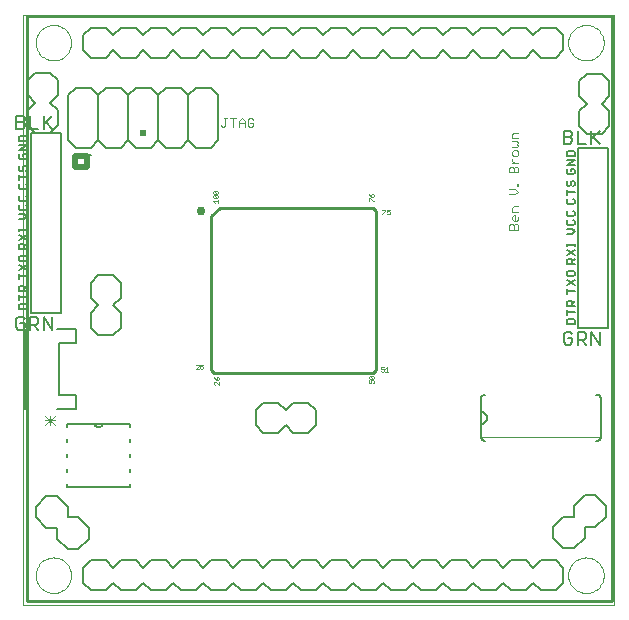
<source format=gto>
G75*
%MOIN*%
%OFA0B0*%
%FSLAX24Y24*%
%IPPOS*%
%LPD*%
%AMOC8*
5,1,8,0,0,1.08239X$1,22.5*
%
%ADD10C,0.0000*%
%ADD11C,0.0030*%
%ADD12C,0.0200*%
%ADD13C,0.0100*%
%ADD14C,0.0080*%
%ADD15C,0.0060*%
%ADD16C,0.0300*%
%ADD17C,0.0010*%
%ADD18R,0.0200X0.0200*%
%ADD19C,0.0050*%
%ADD20C,0.0020*%
D10*
X000603Y000100D02*
X000603Y019785D01*
X020288Y019785D01*
X020288Y000100D01*
X000603Y000100D01*
X001012Y001100D02*
X001014Y001148D01*
X001020Y001196D01*
X001030Y001243D01*
X001043Y001289D01*
X001061Y001334D01*
X001081Y001378D01*
X001106Y001420D01*
X001134Y001459D01*
X001164Y001496D01*
X001198Y001530D01*
X001235Y001562D01*
X001273Y001591D01*
X001314Y001616D01*
X001357Y001638D01*
X001402Y001656D01*
X001448Y001670D01*
X001495Y001681D01*
X001543Y001688D01*
X001591Y001691D01*
X001639Y001690D01*
X001687Y001685D01*
X001735Y001676D01*
X001781Y001664D01*
X001826Y001647D01*
X001870Y001627D01*
X001912Y001604D01*
X001952Y001577D01*
X001990Y001547D01*
X002025Y001514D01*
X002057Y001478D01*
X002087Y001440D01*
X002113Y001399D01*
X002135Y001356D01*
X002155Y001312D01*
X002170Y001267D01*
X002182Y001220D01*
X002190Y001172D01*
X002194Y001124D01*
X002194Y001076D01*
X002190Y001028D01*
X002182Y000980D01*
X002170Y000933D01*
X002155Y000888D01*
X002135Y000844D01*
X002113Y000801D01*
X002087Y000760D01*
X002057Y000722D01*
X002025Y000686D01*
X001990Y000653D01*
X001952Y000623D01*
X001912Y000596D01*
X001870Y000573D01*
X001826Y000553D01*
X001781Y000536D01*
X001735Y000524D01*
X001687Y000515D01*
X001639Y000510D01*
X001591Y000509D01*
X001543Y000512D01*
X001495Y000519D01*
X001448Y000530D01*
X001402Y000544D01*
X001357Y000562D01*
X001314Y000584D01*
X001273Y000609D01*
X001235Y000638D01*
X001198Y000670D01*
X001164Y000704D01*
X001134Y000741D01*
X001106Y000780D01*
X001081Y000822D01*
X001061Y000866D01*
X001043Y000911D01*
X001030Y000957D01*
X001020Y001004D01*
X001014Y001052D01*
X001012Y001100D01*
X001012Y018850D02*
X001014Y018898D01*
X001020Y018946D01*
X001030Y018993D01*
X001043Y019039D01*
X001061Y019084D01*
X001081Y019128D01*
X001106Y019170D01*
X001134Y019209D01*
X001164Y019246D01*
X001198Y019280D01*
X001235Y019312D01*
X001273Y019341D01*
X001314Y019366D01*
X001357Y019388D01*
X001402Y019406D01*
X001448Y019420D01*
X001495Y019431D01*
X001543Y019438D01*
X001591Y019441D01*
X001639Y019440D01*
X001687Y019435D01*
X001735Y019426D01*
X001781Y019414D01*
X001826Y019397D01*
X001870Y019377D01*
X001912Y019354D01*
X001952Y019327D01*
X001990Y019297D01*
X002025Y019264D01*
X002057Y019228D01*
X002087Y019190D01*
X002113Y019149D01*
X002135Y019106D01*
X002155Y019062D01*
X002170Y019017D01*
X002182Y018970D01*
X002190Y018922D01*
X002194Y018874D01*
X002194Y018826D01*
X002190Y018778D01*
X002182Y018730D01*
X002170Y018683D01*
X002155Y018638D01*
X002135Y018594D01*
X002113Y018551D01*
X002087Y018510D01*
X002057Y018472D01*
X002025Y018436D01*
X001990Y018403D01*
X001952Y018373D01*
X001912Y018346D01*
X001870Y018323D01*
X001826Y018303D01*
X001781Y018286D01*
X001735Y018274D01*
X001687Y018265D01*
X001639Y018260D01*
X001591Y018259D01*
X001543Y018262D01*
X001495Y018269D01*
X001448Y018280D01*
X001402Y018294D01*
X001357Y018312D01*
X001314Y018334D01*
X001273Y018359D01*
X001235Y018388D01*
X001198Y018420D01*
X001164Y018454D01*
X001134Y018491D01*
X001106Y018530D01*
X001081Y018572D01*
X001061Y018616D01*
X001043Y018661D01*
X001030Y018707D01*
X001020Y018754D01*
X001014Y018802D01*
X001012Y018850D01*
X018762Y018850D02*
X018764Y018898D01*
X018770Y018946D01*
X018780Y018993D01*
X018793Y019039D01*
X018811Y019084D01*
X018831Y019128D01*
X018856Y019170D01*
X018884Y019209D01*
X018914Y019246D01*
X018948Y019280D01*
X018985Y019312D01*
X019023Y019341D01*
X019064Y019366D01*
X019107Y019388D01*
X019152Y019406D01*
X019198Y019420D01*
X019245Y019431D01*
X019293Y019438D01*
X019341Y019441D01*
X019389Y019440D01*
X019437Y019435D01*
X019485Y019426D01*
X019531Y019414D01*
X019576Y019397D01*
X019620Y019377D01*
X019662Y019354D01*
X019702Y019327D01*
X019740Y019297D01*
X019775Y019264D01*
X019807Y019228D01*
X019837Y019190D01*
X019863Y019149D01*
X019885Y019106D01*
X019905Y019062D01*
X019920Y019017D01*
X019932Y018970D01*
X019940Y018922D01*
X019944Y018874D01*
X019944Y018826D01*
X019940Y018778D01*
X019932Y018730D01*
X019920Y018683D01*
X019905Y018638D01*
X019885Y018594D01*
X019863Y018551D01*
X019837Y018510D01*
X019807Y018472D01*
X019775Y018436D01*
X019740Y018403D01*
X019702Y018373D01*
X019662Y018346D01*
X019620Y018323D01*
X019576Y018303D01*
X019531Y018286D01*
X019485Y018274D01*
X019437Y018265D01*
X019389Y018260D01*
X019341Y018259D01*
X019293Y018262D01*
X019245Y018269D01*
X019198Y018280D01*
X019152Y018294D01*
X019107Y018312D01*
X019064Y018334D01*
X019023Y018359D01*
X018985Y018388D01*
X018948Y018420D01*
X018914Y018454D01*
X018884Y018491D01*
X018856Y018530D01*
X018831Y018572D01*
X018811Y018616D01*
X018793Y018661D01*
X018780Y018707D01*
X018770Y018754D01*
X018764Y018802D01*
X018762Y018850D01*
X018762Y001100D02*
X018764Y001148D01*
X018770Y001196D01*
X018780Y001243D01*
X018793Y001289D01*
X018811Y001334D01*
X018831Y001378D01*
X018856Y001420D01*
X018884Y001459D01*
X018914Y001496D01*
X018948Y001530D01*
X018985Y001562D01*
X019023Y001591D01*
X019064Y001616D01*
X019107Y001638D01*
X019152Y001656D01*
X019198Y001670D01*
X019245Y001681D01*
X019293Y001688D01*
X019341Y001691D01*
X019389Y001690D01*
X019437Y001685D01*
X019485Y001676D01*
X019531Y001664D01*
X019576Y001647D01*
X019620Y001627D01*
X019662Y001604D01*
X019702Y001577D01*
X019740Y001547D01*
X019775Y001514D01*
X019807Y001478D01*
X019837Y001440D01*
X019863Y001399D01*
X019885Y001356D01*
X019905Y001312D01*
X019920Y001267D01*
X019932Y001220D01*
X019940Y001172D01*
X019944Y001124D01*
X019944Y001076D01*
X019940Y001028D01*
X019932Y000980D01*
X019920Y000933D01*
X019905Y000888D01*
X019885Y000844D01*
X019863Y000801D01*
X019837Y000760D01*
X019807Y000722D01*
X019775Y000686D01*
X019740Y000653D01*
X019702Y000623D01*
X019662Y000596D01*
X019620Y000573D01*
X019576Y000553D01*
X019531Y000536D01*
X019485Y000524D01*
X019437Y000515D01*
X019389Y000510D01*
X019341Y000509D01*
X019293Y000512D01*
X019245Y000519D01*
X019198Y000530D01*
X019152Y000544D01*
X019107Y000562D01*
X019064Y000584D01*
X019023Y000609D01*
X018985Y000638D01*
X018948Y000670D01*
X018914Y000704D01*
X018884Y000741D01*
X018856Y000780D01*
X018831Y000822D01*
X018811Y000866D01*
X018793Y000911D01*
X018780Y000957D01*
X018770Y001004D01*
X018764Y001052D01*
X018762Y001100D01*
D11*
X017088Y012615D02*
X016797Y012615D01*
X016797Y012760D01*
X016846Y012808D01*
X016894Y012808D01*
X016942Y012760D01*
X016942Y012615D01*
X016942Y012760D02*
X016991Y012808D01*
X017039Y012808D01*
X017088Y012760D01*
X017088Y012615D01*
X017039Y012910D02*
X016942Y012910D01*
X016894Y012958D01*
X016894Y013055D01*
X016942Y013103D01*
X016991Y013103D01*
X016991Y012910D01*
X017039Y012910D02*
X017088Y012958D01*
X017088Y013055D01*
X017088Y013204D02*
X016894Y013204D01*
X016894Y013349D01*
X016942Y013398D01*
X017088Y013398D01*
X016991Y013794D02*
X016797Y013794D01*
X016797Y013987D02*
X016991Y013987D01*
X017088Y013890D01*
X016991Y013794D01*
X017039Y014088D02*
X017039Y014137D01*
X017088Y014137D01*
X017088Y014088D01*
X017039Y014088D01*
X017088Y014530D02*
X016797Y014530D01*
X016797Y014675D01*
X016846Y014724D01*
X016894Y014724D01*
X016942Y014675D01*
X016942Y014530D01*
X016942Y014675D02*
X016991Y014724D01*
X017039Y014724D01*
X017088Y014675D01*
X017088Y014530D01*
X017088Y014825D02*
X016894Y014825D01*
X016894Y014922D02*
X016894Y014970D01*
X016894Y014922D02*
X016991Y014825D01*
X017039Y015070D02*
X017088Y015119D01*
X017088Y015216D01*
X017039Y015264D01*
X016942Y015264D01*
X016894Y015216D01*
X016894Y015119D01*
X016942Y015070D01*
X017039Y015070D01*
X017039Y015365D02*
X016894Y015365D01*
X017039Y015365D02*
X017088Y015413D01*
X017039Y015462D01*
X017088Y015510D01*
X017039Y015559D01*
X016894Y015559D01*
X016894Y015660D02*
X016894Y015805D01*
X016942Y015853D01*
X017088Y015853D01*
X017088Y015660D02*
X016894Y015660D01*
X008266Y016093D02*
X008266Y016190D01*
X008170Y016190D01*
X008266Y016093D02*
X008218Y016045D01*
X008121Y016045D01*
X008073Y016093D01*
X008073Y016287D01*
X008121Y016335D01*
X008218Y016335D01*
X008266Y016287D01*
X007972Y016238D02*
X007972Y016045D01*
X007972Y016190D02*
X007778Y016190D01*
X007778Y016238D02*
X007875Y016335D01*
X007972Y016238D01*
X007778Y016238D02*
X007778Y016045D01*
X007580Y016045D02*
X007580Y016335D01*
X007484Y016335D02*
X007677Y016335D01*
X007382Y016335D02*
X007286Y016335D01*
X007334Y016335D02*
X007334Y016093D01*
X007286Y016045D01*
X007237Y016045D01*
X007189Y016093D01*
X001641Y006417D02*
X001328Y006103D01*
X001641Y006417D01*
X001484Y006417D02*
X001484Y006103D01*
X001484Y006417D01*
X001328Y006417D02*
X001641Y006103D01*
X001328Y006417D01*
X001328Y006260D02*
X001641Y006260D01*
X001328Y006260D01*
D12*
X002328Y014700D02*
X002718Y014700D01*
X002718Y015090D01*
X002328Y015090D01*
X002328Y014700D01*
D13*
X006847Y013061D02*
X006847Y007943D01*
X006945Y007844D01*
X012260Y007844D01*
X012358Y007943D01*
X012358Y013257D01*
X012260Y013356D01*
X007142Y013356D01*
X006847Y013061D01*
X000728Y019725D02*
X000728Y000225D01*
X020228Y000225D01*
X020228Y019725D01*
X000728Y019725D01*
D14*
X002603Y019100D02*
X002603Y018600D01*
X002853Y018350D01*
X003353Y018350D01*
X003603Y018600D01*
X003853Y018350D01*
X004353Y018350D01*
X004603Y018600D01*
X004853Y018350D01*
X005353Y018350D01*
X005603Y018600D01*
X005853Y018350D01*
X006353Y018350D01*
X006603Y018600D01*
X006853Y018350D01*
X007353Y018350D01*
X007603Y018600D01*
X007853Y018350D01*
X008353Y018350D01*
X008603Y018600D01*
X008853Y018350D01*
X009353Y018350D01*
X009603Y018600D01*
X009853Y018350D01*
X010353Y018350D01*
X010603Y018600D01*
X010853Y018350D01*
X011353Y018350D01*
X011603Y018600D01*
X011853Y018350D01*
X012353Y018350D01*
X012603Y018600D01*
X012853Y018350D01*
X013353Y018350D01*
X013603Y018600D01*
X013853Y018350D01*
X014353Y018350D01*
X014603Y018600D01*
X014853Y018350D01*
X015353Y018350D01*
X015603Y018600D01*
X015853Y018350D01*
X016353Y018350D01*
X016603Y018600D01*
X016853Y018350D01*
X017353Y018350D01*
X017603Y018600D01*
X017853Y018350D01*
X018353Y018350D01*
X018603Y018600D01*
X018603Y019100D01*
X018353Y019350D01*
X017853Y019350D01*
X017603Y019100D01*
X017353Y019350D01*
X016853Y019350D01*
X016603Y019100D01*
X016353Y019350D01*
X015853Y019350D01*
X015603Y019100D01*
X015353Y019350D01*
X014853Y019350D01*
X014603Y019100D01*
X014353Y019350D01*
X013853Y019350D01*
X013603Y019100D01*
X013353Y019350D01*
X012853Y019350D01*
X012603Y019100D01*
X012353Y019350D01*
X011853Y019350D01*
X011603Y019100D01*
X011353Y019350D01*
X010853Y019350D01*
X010603Y019100D01*
X010353Y019350D01*
X009853Y019350D01*
X009603Y019100D01*
X009353Y019350D01*
X008853Y019350D01*
X008603Y019100D01*
X008353Y019350D01*
X007853Y019350D01*
X007603Y019100D01*
X007353Y019350D01*
X006853Y019350D01*
X006603Y019100D01*
X006353Y019350D01*
X005853Y019350D01*
X005603Y019100D01*
X005353Y019350D01*
X004853Y019350D01*
X004603Y019100D01*
X004353Y019350D01*
X003853Y019350D01*
X003603Y019100D01*
X003353Y019350D01*
X002853Y019350D01*
X002603Y019100D01*
X002603Y018600D01*
X001749Y017600D02*
X001749Y017100D01*
X001499Y016850D01*
X001749Y016600D01*
X001749Y016100D01*
X001499Y015850D01*
X000999Y015850D01*
X000749Y016100D01*
X000749Y016600D01*
X000999Y016850D01*
X000749Y017100D01*
X000749Y017600D01*
X000999Y017850D01*
X001499Y017850D01*
X001749Y017600D01*
X001562Y016410D02*
X001282Y016130D01*
X001352Y016200D02*
X001562Y015990D01*
X001282Y015990D02*
X001282Y016410D01*
X001102Y015990D02*
X000822Y015990D01*
X000822Y016410D01*
X000642Y016340D02*
X000642Y016270D01*
X000572Y016200D01*
X000361Y016200D01*
X000361Y015990D02*
X000572Y015990D01*
X000642Y016060D01*
X000642Y016130D01*
X000572Y016200D01*
X000642Y016340D02*
X000572Y016410D01*
X000361Y016410D01*
X000361Y015990D01*
X002353Y015100D02*
X002853Y015100D01*
X003103Y011100D02*
X002853Y010850D01*
X002853Y010350D01*
X003103Y010100D01*
X002853Y009850D01*
X002853Y009350D01*
X003103Y009100D01*
X003603Y009100D01*
X003853Y009350D01*
X003853Y009850D01*
X003603Y010100D01*
X003853Y010350D01*
X003853Y010850D01*
X003603Y011100D01*
X003103Y011100D01*
X001562Y009710D02*
X001562Y009290D01*
X001282Y009710D01*
X001282Y009290D01*
X001102Y009290D02*
X000962Y009430D01*
X001032Y009430D02*
X000822Y009430D01*
X000822Y009290D02*
X000822Y009710D01*
X001032Y009710D01*
X001102Y009640D01*
X001102Y009500D01*
X001032Y009430D01*
X000657Y009314D02*
X000657Y006636D01*
X001720Y006636D02*
X002350Y006636D01*
X002350Y007109D01*
X001798Y007109D01*
X001798Y008841D01*
X002350Y008841D01*
X002350Y009314D01*
X001720Y009314D01*
X000642Y009360D02*
X000642Y009500D01*
X000501Y009500D01*
X000361Y009640D02*
X000361Y009360D01*
X000431Y009290D01*
X000572Y009290D01*
X000642Y009360D01*
X000642Y009640D02*
X000572Y009710D01*
X000431Y009710D01*
X000361Y009640D01*
X001365Y003734D02*
X001012Y003380D01*
X001012Y003027D01*
X001365Y002673D01*
X001719Y002673D01*
X001719Y002320D01*
X002072Y001966D01*
X002426Y001966D01*
X002779Y002320D01*
X002779Y002673D01*
X002426Y003027D01*
X002072Y003027D01*
X002072Y003380D01*
X001719Y003734D01*
X001365Y003734D01*
X002853Y001600D02*
X002603Y001350D01*
X002603Y000850D01*
X002853Y000600D01*
X003353Y000600D01*
X003603Y000850D01*
X003853Y000600D01*
X004353Y000600D01*
X004603Y000850D01*
X004853Y000600D01*
X005353Y000600D01*
X005603Y000850D01*
X005853Y000600D01*
X006353Y000600D01*
X006603Y000850D01*
X006853Y000600D01*
X007353Y000600D01*
X007603Y000850D01*
X007853Y000600D01*
X008353Y000600D01*
X008603Y000850D01*
X008853Y000600D01*
X009353Y000600D01*
X009603Y000850D01*
X009853Y000600D01*
X010353Y000600D01*
X010603Y000850D01*
X010853Y000600D01*
X011353Y000600D01*
X011603Y000850D01*
X011853Y000600D01*
X012353Y000600D01*
X012603Y000850D01*
X012853Y000600D01*
X013353Y000600D01*
X013603Y000850D01*
X013853Y000600D01*
X014353Y000600D01*
X014603Y000850D01*
X014853Y000600D01*
X015353Y000600D01*
X015603Y000850D01*
X015853Y000600D01*
X016353Y000600D01*
X016603Y000850D01*
X016853Y000600D01*
X017353Y000600D01*
X017603Y000850D01*
X017853Y000600D01*
X018353Y000600D01*
X018603Y000850D01*
X018603Y001350D01*
X018353Y001600D01*
X017853Y001600D01*
X017603Y001350D01*
X017353Y001600D01*
X016853Y001600D01*
X016603Y001350D01*
X016353Y001600D01*
X015853Y001600D01*
X015603Y001350D01*
X015353Y001600D01*
X014853Y001600D01*
X014603Y001350D01*
X014353Y001600D01*
X013853Y001600D01*
X013603Y001350D01*
X013353Y001600D01*
X012853Y001600D01*
X012603Y001350D01*
X012353Y001600D01*
X011853Y001600D01*
X011603Y001350D01*
X011353Y001600D01*
X010853Y001600D01*
X010603Y001350D01*
X010353Y001600D01*
X009853Y001600D01*
X009603Y001350D01*
X009353Y001600D01*
X008853Y001600D01*
X008603Y001350D01*
X008353Y001600D01*
X007853Y001600D01*
X007603Y001350D01*
X007353Y001600D01*
X006853Y001600D01*
X006603Y001350D01*
X006353Y001600D01*
X005853Y001600D01*
X005603Y001350D01*
X005353Y001600D01*
X004853Y001600D01*
X004603Y001350D01*
X004353Y001600D01*
X003853Y001600D01*
X003603Y001350D01*
X003353Y001600D01*
X002853Y001600D01*
X002603Y001350D02*
X002603Y000850D01*
X008353Y006100D02*
X008353Y006600D01*
X008603Y006850D01*
X009103Y006850D01*
X009353Y006600D01*
X009603Y006850D01*
X010103Y006850D01*
X010353Y006600D01*
X010353Y006100D01*
X010103Y005850D01*
X009603Y005850D01*
X009353Y006100D01*
X009103Y005850D01*
X008603Y005850D01*
X008353Y006100D01*
X018249Y002704D02*
X018249Y002350D01*
X018603Y001996D01*
X018956Y001996D01*
X019310Y002350D01*
X019310Y002704D01*
X019663Y002704D01*
X020017Y003057D01*
X020017Y003411D01*
X019663Y003764D01*
X019310Y003764D01*
X018956Y003411D01*
X018956Y003057D01*
X018603Y003057D01*
X018249Y002704D01*
X018603Y001350D02*
X018603Y000850D01*
X018681Y008790D02*
X018822Y008790D01*
X018892Y008860D01*
X018892Y009000D01*
X018751Y009000D01*
X018611Y009140D02*
X018611Y008860D01*
X018681Y008790D01*
X018611Y009140D02*
X018681Y009210D01*
X018822Y009210D01*
X018892Y009140D01*
X019072Y009210D02*
X019072Y008790D01*
X019072Y008930D02*
X019282Y008930D01*
X019352Y009000D01*
X019352Y009140D01*
X019282Y009210D01*
X019072Y009210D01*
X019212Y008930D02*
X019352Y008790D01*
X019532Y008790D02*
X019532Y009210D01*
X019812Y008790D01*
X019812Y009210D01*
X019812Y015490D02*
X019602Y015700D01*
X019532Y015630D02*
X019812Y015910D01*
X019883Y015820D02*
X020133Y016070D01*
X020133Y016570D01*
X019883Y016820D01*
X020133Y017070D01*
X020133Y017570D01*
X019883Y017820D01*
X019383Y017820D01*
X019133Y017570D01*
X019133Y017070D01*
X019383Y016820D01*
X019133Y016570D01*
X019133Y016070D01*
X019383Y015820D01*
X019883Y015820D01*
X019532Y015910D02*
X019532Y015490D01*
X019352Y015490D02*
X019072Y015490D01*
X019072Y015910D01*
X018892Y015840D02*
X018892Y015770D01*
X018822Y015700D01*
X018611Y015700D01*
X018611Y015490D02*
X018822Y015490D01*
X018892Y015560D01*
X018892Y015630D01*
X018822Y015700D01*
X018892Y015840D02*
X018822Y015910D01*
X018611Y015910D01*
X018611Y015490D01*
X018603Y018600D02*
X018603Y019100D01*
D15*
X007103Y017100D02*
X007103Y015600D01*
X006853Y015350D01*
X006353Y015350D01*
X006103Y015600D01*
X006103Y017100D01*
X006353Y017350D01*
X006853Y017350D01*
X007103Y017100D01*
X006103Y017100D02*
X005853Y017350D01*
X005353Y017350D01*
X005103Y017100D01*
X005103Y015600D01*
X005353Y015350D01*
X005853Y015350D01*
X006103Y015600D01*
X005103Y015600D02*
X004853Y015350D01*
X004353Y015350D01*
X004103Y015600D01*
X004103Y017100D01*
X004353Y017350D01*
X004853Y017350D01*
X005103Y017100D01*
X004103Y017100D02*
X003853Y017350D01*
X003353Y017350D01*
X003103Y017100D01*
X003103Y015600D01*
X003353Y015350D01*
X003853Y015350D01*
X004103Y015600D01*
X003103Y015600D02*
X002853Y015350D01*
X002353Y015350D01*
X002103Y015600D01*
X002103Y017100D01*
X002353Y017350D01*
X002853Y017350D01*
X003103Y017100D01*
X002983Y006150D02*
X002985Y006129D01*
X002990Y006109D01*
X002999Y006090D01*
X003011Y006073D01*
X003026Y006058D01*
X003043Y006046D01*
X003062Y006037D01*
X003082Y006032D01*
X003103Y006030D01*
X003124Y006032D01*
X003144Y006037D01*
X003163Y006046D01*
X003180Y006058D01*
X003195Y006073D01*
X003207Y006090D01*
X003216Y006109D01*
X003221Y006129D01*
X003223Y006150D01*
X002983Y006150D01*
X002043Y006150D01*
X002043Y006050D01*
X002043Y005650D02*
X002043Y005550D01*
X002043Y005150D02*
X002043Y005050D01*
X002043Y004650D02*
X002043Y004550D01*
X002043Y004150D02*
X002043Y004050D01*
X004163Y004050D01*
X004163Y004150D01*
X004163Y004550D02*
X004163Y004650D01*
X004163Y005050D02*
X004163Y005150D01*
X004163Y005550D02*
X004163Y005650D01*
X004163Y006050D02*
X004163Y006150D01*
X003223Y006150D01*
X003221Y006129D01*
X003216Y006109D01*
X003207Y006090D01*
X003195Y006073D01*
X003180Y006058D01*
X003163Y006046D01*
X003144Y006037D01*
X003124Y006032D01*
X003103Y006030D01*
X003082Y006032D01*
X003062Y006037D01*
X003043Y006046D01*
X003026Y006058D01*
X003011Y006073D01*
X002999Y006090D01*
X002990Y006109D01*
X002985Y006129D01*
X002983Y006150D01*
X015853Y006150D02*
X015853Y005730D01*
X015855Y005707D01*
X015860Y005684D01*
X015869Y005662D01*
X015882Y005642D01*
X015897Y005624D01*
X015915Y005609D01*
X015935Y005596D01*
X015957Y005587D01*
X015980Y005582D01*
X016003Y005580D01*
X015853Y006150D02*
X015853Y006550D01*
X015853Y006970D01*
X015855Y006993D01*
X015860Y007016D01*
X015869Y007038D01*
X015882Y007058D01*
X015897Y007076D01*
X015915Y007091D01*
X015935Y007104D01*
X015957Y007113D01*
X015980Y007118D01*
X016003Y007120D01*
X015853Y006550D02*
X015880Y006548D01*
X015907Y006543D01*
X015933Y006533D01*
X015957Y006521D01*
X015979Y006505D01*
X015999Y006487D01*
X016016Y006465D01*
X016031Y006442D01*
X016041Y006417D01*
X016049Y006391D01*
X016053Y006364D01*
X016053Y006336D01*
X016049Y006309D01*
X016041Y006283D01*
X016031Y006258D01*
X016016Y006235D01*
X015999Y006213D01*
X015979Y006195D01*
X015957Y006179D01*
X015933Y006167D01*
X015907Y006157D01*
X015880Y006152D01*
X015853Y006150D01*
X019703Y005580D02*
X019726Y005582D01*
X019749Y005587D01*
X019771Y005596D01*
X019791Y005609D01*
X019809Y005624D01*
X019824Y005642D01*
X019837Y005662D01*
X019846Y005684D01*
X019851Y005707D01*
X019853Y005730D01*
X019853Y006970D01*
X019851Y006993D01*
X019846Y007016D01*
X019837Y007038D01*
X019824Y007058D01*
X019809Y007076D01*
X019791Y007091D01*
X019771Y007104D01*
X019749Y007113D01*
X019726Y007118D01*
X019703Y007120D01*
D16*
X006524Y013232D03*
D17*
X006928Y013568D02*
X007078Y013568D01*
X007078Y013518D02*
X007078Y013618D01*
X007053Y013666D02*
X006953Y013766D01*
X007053Y013766D01*
X007078Y013741D01*
X007078Y013691D01*
X007053Y013666D01*
X006953Y013666D01*
X006928Y013691D01*
X006928Y013741D01*
X006953Y013766D01*
X006953Y013813D02*
X006928Y013838D01*
X006928Y013888D01*
X006953Y013913D01*
X007053Y013813D01*
X007078Y013838D01*
X007078Y013888D01*
X007053Y013913D01*
X006953Y013913D01*
X006953Y013813D02*
X007053Y013813D01*
X006928Y013568D02*
X006978Y013518D01*
X012125Y013558D02*
X012125Y013658D01*
X012150Y013658D01*
X012250Y013558D01*
X012275Y013558D01*
X012250Y013705D02*
X012275Y013730D01*
X012275Y013780D01*
X012250Y013805D01*
X012225Y013805D01*
X012200Y013780D01*
X012200Y013705D01*
X012250Y013705D01*
X012200Y013705D02*
X012150Y013755D01*
X012125Y013805D01*
X012560Y013275D02*
X012660Y013275D01*
X012660Y013250D01*
X012560Y013150D01*
X012560Y013125D01*
X012708Y013150D02*
X012733Y013125D01*
X012783Y013125D01*
X012808Y013150D01*
X012808Y013200D01*
X012783Y013225D01*
X012758Y013225D01*
X012708Y013200D01*
X012708Y013275D01*
X012808Y013275D01*
X012718Y008039D02*
X012718Y007888D01*
X012668Y007888D02*
X012768Y007888D01*
X012668Y007989D02*
X012718Y008039D01*
X012621Y008039D02*
X012521Y008039D01*
X012521Y007964D01*
X012571Y007989D01*
X012596Y007989D01*
X012621Y007964D01*
X012621Y007913D01*
X012596Y007888D01*
X012546Y007888D01*
X012521Y007913D01*
X012275Y007717D02*
X012275Y007667D01*
X012250Y007642D01*
X012150Y007742D01*
X012250Y007742D01*
X012275Y007717D01*
X012250Y007642D02*
X012150Y007642D01*
X012125Y007667D01*
X012125Y007717D01*
X012150Y007742D01*
X012125Y007595D02*
X012125Y007495D01*
X012200Y007495D01*
X012175Y007545D01*
X012175Y007570D01*
X012200Y007595D01*
X012250Y007595D01*
X012275Y007570D01*
X012275Y007520D01*
X012250Y007495D01*
X007117Y007455D02*
X007017Y007555D01*
X006992Y007555D01*
X006967Y007530D01*
X006967Y007480D01*
X006992Y007455D01*
X007117Y007455D02*
X007117Y007555D01*
X007092Y007603D02*
X007117Y007628D01*
X007117Y007678D01*
X007092Y007703D01*
X007067Y007703D01*
X007042Y007678D01*
X007042Y007603D01*
X007092Y007603D01*
X007042Y007603D02*
X006992Y007653D01*
X006967Y007703D01*
X006587Y007992D02*
X006562Y007967D01*
X006512Y007967D01*
X006487Y007992D01*
X006487Y008042D02*
X006537Y008067D01*
X006562Y008067D01*
X006587Y008042D01*
X006587Y007992D01*
X006487Y008042D02*
X006487Y008117D01*
X006587Y008117D01*
X006440Y008092D02*
X006415Y008117D01*
X006365Y008117D01*
X006340Y008092D01*
X006440Y008092D02*
X006440Y008067D01*
X006340Y007967D01*
X006440Y007967D01*
D18*
X004603Y015850D03*
D19*
X001853Y015850D02*
X001853Y009850D01*
X000853Y009850D01*
X000853Y015850D01*
X001853Y015850D01*
X000728Y015699D02*
X000683Y015744D01*
X000502Y015744D01*
X000457Y015699D01*
X000457Y015564D01*
X000728Y015564D01*
X000728Y015699D01*
X000728Y015450D02*
X000457Y015450D01*
X000457Y015270D02*
X000728Y015450D01*
X000728Y015270D02*
X000457Y015270D01*
X000502Y015155D02*
X000457Y015110D01*
X000457Y015020D01*
X000502Y014975D01*
X000683Y014975D01*
X000728Y015020D01*
X000728Y015110D01*
X000683Y015155D01*
X000592Y015155D01*
X000592Y015065D01*
X000637Y014744D02*
X000683Y014744D01*
X000728Y014699D01*
X000728Y014609D01*
X000683Y014564D01*
X000592Y014609D02*
X000592Y014699D01*
X000637Y014744D01*
X000502Y014744D02*
X000457Y014699D01*
X000457Y014609D01*
X000502Y014564D01*
X000547Y014564D01*
X000592Y014609D01*
X000457Y014450D02*
X000457Y014270D01*
X000457Y014360D02*
X000728Y014360D01*
X000683Y014155D02*
X000728Y014110D01*
X000728Y014020D01*
X000683Y013975D01*
X000502Y013975D01*
X000457Y014020D01*
X000457Y014110D01*
X000502Y014155D01*
X000502Y013744D02*
X000457Y013699D01*
X000457Y013609D01*
X000502Y013564D01*
X000683Y013564D01*
X000728Y013609D01*
X000728Y013699D01*
X000683Y013744D01*
X000683Y013450D02*
X000728Y013405D01*
X000728Y013315D01*
X000683Y013270D01*
X000502Y013270D01*
X000457Y013315D01*
X000457Y013405D01*
X000502Y013450D01*
X000457Y013155D02*
X000637Y013155D01*
X000728Y013065D01*
X000637Y012975D01*
X000457Y012975D01*
X000457Y012654D02*
X000457Y012564D01*
X000457Y012609D02*
X000728Y012609D01*
X000728Y012564D02*
X000728Y012654D01*
X000728Y012450D02*
X000457Y012270D01*
X000502Y012155D02*
X000592Y012155D01*
X000637Y012110D01*
X000637Y011975D01*
X000637Y012065D02*
X000728Y012155D01*
X000728Y012270D02*
X000457Y012450D01*
X000502Y012155D02*
X000457Y012110D01*
X000457Y011975D01*
X000728Y011975D01*
X000683Y011744D02*
X000502Y011744D01*
X000457Y011699D01*
X000457Y011609D01*
X000502Y011564D01*
X000683Y011564D01*
X000728Y011609D01*
X000728Y011699D01*
X000683Y011744D01*
X000728Y011450D02*
X000457Y011270D01*
X000457Y011155D02*
X000457Y010975D01*
X000457Y011065D02*
X000728Y011065D01*
X000728Y011270D02*
X000457Y011450D01*
X000502Y010744D02*
X000592Y010744D01*
X000637Y010699D01*
X000637Y010564D01*
X000637Y010654D02*
X000728Y010744D01*
X000728Y010564D02*
X000457Y010564D01*
X000457Y010699D01*
X000502Y010744D01*
X000457Y010450D02*
X000457Y010270D01*
X000457Y010360D02*
X000728Y010360D01*
X000683Y010155D02*
X000502Y010155D01*
X000457Y010110D01*
X000457Y009975D01*
X000728Y009975D01*
X000728Y010110D01*
X000683Y010155D01*
X018707Y010064D02*
X018707Y010199D01*
X018752Y010244D01*
X018842Y010244D01*
X018887Y010199D01*
X018887Y010064D01*
X018887Y010154D02*
X018978Y010244D01*
X018978Y010064D02*
X018707Y010064D01*
X018707Y009950D02*
X018707Y009770D01*
X018707Y009860D02*
X018978Y009860D01*
X018933Y009655D02*
X018752Y009655D01*
X018707Y009610D01*
X018707Y009475D01*
X018978Y009475D01*
X018978Y009610D01*
X018933Y009655D01*
X019103Y009350D02*
X020103Y009350D01*
X020103Y015350D01*
X019103Y015350D01*
X019103Y009350D01*
X018707Y010475D02*
X018707Y010655D01*
X018707Y010565D02*
X018978Y010565D01*
X018978Y010770D02*
X018707Y010950D01*
X018752Y011064D02*
X018933Y011064D01*
X018978Y011109D01*
X018978Y011199D01*
X018933Y011244D01*
X018752Y011244D01*
X018707Y011199D01*
X018707Y011109D01*
X018752Y011064D01*
X018978Y010950D02*
X018707Y010770D01*
X018707Y011475D02*
X018707Y011610D01*
X018752Y011655D01*
X018842Y011655D01*
X018887Y011610D01*
X018887Y011475D01*
X018887Y011565D02*
X018978Y011655D01*
X018978Y011770D02*
X018707Y011950D01*
X018707Y012064D02*
X018707Y012154D01*
X018707Y012109D02*
X018978Y012109D01*
X018978Y012064D02*
X018978Y012154D01*
X018978Y011950D02*
X018707Y011770D01*
X018707Y011475D02*
X018978Y011475D01*
X018887Y012475D02*
X018707Y012475D01*
X018707Y012655D02*
X018887Y012655D01*
X018978Y012565D01*
X018887Y012475D01*
X018933Y012770D02*
X018752Y012770D01*
X018707Y012815D01*
X018707Y012905D01*
X018752Y012950D01*
X018752Y013064D02*
X018933Y013064D01*
X018978Y013109D01*
X018978Y013199D01*
X018933Y013244D01*
X018752Y013244D02*
X018707Y013199D01*
X018707Y013109D01*
X018752Y013064D01*
X018933Y012950D02*
X018978Y012905D01*
X018978Y012815D01*
X018933Y012770D01*
X018933Y013475D02*
X018752Y013475D01*
X018707Y013520D01*
X018707Y013610D01*
X018752Y013655D01*
X018707Y013770D02*
X018707Y013950D01*
X018707Y013860D02*
X018978Y013860D01*
X018933Y014064D02*
X018978Y014109D01*
X018978Y014199D01*
X018933Y014244D01*
X018887Y014244D01*
X018842Y014199D01*
X018842Y014109D01*
X018797Y014064D01*
X018752Y014064D01*
X018707Y014109D01*
X018707Y014199D01*
X018752Y014244D01*
X018752Y014475D02*
X018933Y014475D01*
X018978Y014520D01*
X018978Y014610D01*
X018933Y014655D01*
X018842Y014655D01*
X018842Y014565D01*
X018752Y014475D02*
X018707Y014520D01*
X018707Y014610D01*
X018752Y014655D01*
X018707Y014770D02*
X018978Y014950D01*
X018707Y014950D01*
X018707Y015064D02*
X018707Y015199D01*
X018752Y015244D01*
X018933Y015244D01*
X018978Y015199D01*
X018978Y015064D01*
X018707Y015064D01*
X018707Y014770D02*
X018978Y014770D01*
X018933Y013655D02*
X018978Y013610D01*
X018978Y013520D01*
X018933Y013475D01*
D20*
X019853Y005720D02*
X015853Y005720D01*
M02*

</source>
